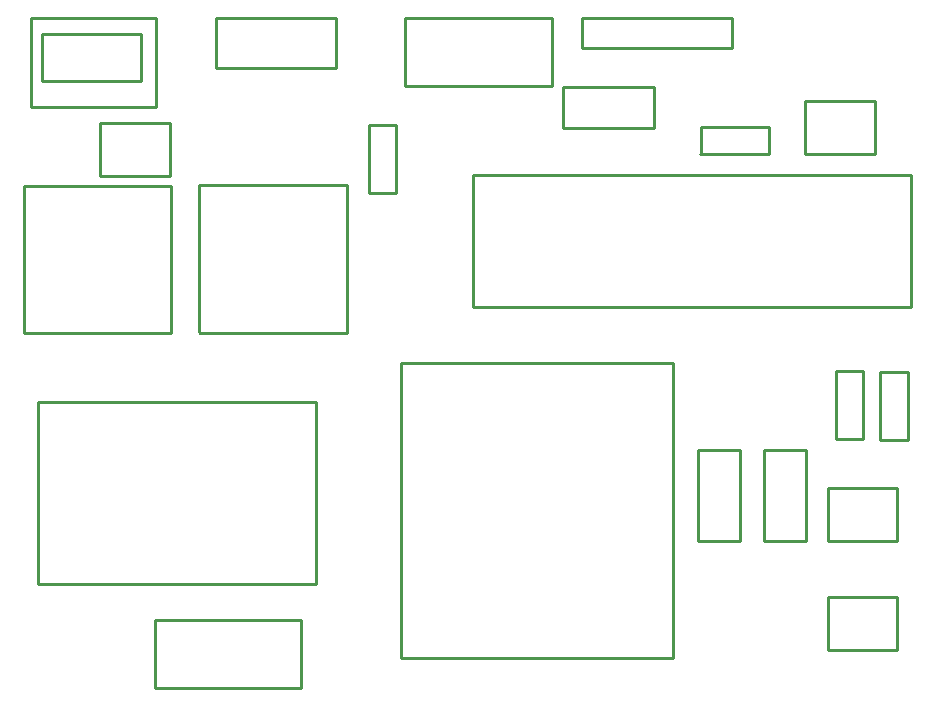
<source format=gm1>
G04*
G04 #@! TF.GenerationSoftware,Altium Limited,Altium Designer,19.0.15 (446)*
G04*
G04 Layer_Color=16711935*
%FSLAX44Y44*%
%MOMM*%
G71*
G01*
G75*
%ADD11C,0.2540*%
D11*
X519430Y1116330D02*
Y1155700D01*
X435610Y1116330D02*
X519430D01*
X435610D02*
Y1155700D01*
X519430D01*
X426249Y1094069D02*
X532249D01*
X426249D02*
Y1169070D01*
X532249D01*
Y1094069D02*
Y1169070D01*
X431912Y844081D02*
X667911D01*
Y690081D02*
Y844081D01*
X431912Y690081D02*
X667911D01*
X431912D02*
Y844081D01*
X1100802Y771440D02*
X1159802D01*
Y726440D02*
Y771440D01*
X1100802Y726440D02*
X1159802D01*
X1100802D02*
Y771152D01*
X1101090Y771440D01*
X583218Y1127119D02*
Y1169070D01*
Y1127119D02*
X684818D01*
Y1169070D01*
X583218D02*
X684818D01*
X484848Y1035409D02*
X543848D01*
X484848D02*
Y1080409D01*
X543848D01*
Y1035697D02*
Y1080409D01*
X543560Y1035409D02*
X543848Y1035697D01*
X531091Y659942D02*
X655092D01*
Y602441D02*
Y659942D01*
X531091Y602441D02*
X655092D01*
X531091D02*
Y659942D01*
X420139Y902742D02*
X544562D01*
X545058Y903238D01*
Y1027539D01*
X420139D02*
X545058D01*
X420139Y902742D02*
Y1027539D01*
X568692Y903238D02*
Y1027661D01*
Y903238D02*
X569188Y902742D01*
X693488D01*
Y1027661D01*
X568692D02*
X693488D01*
X970235Y627570D02*
Y877570D01*
X739185Y627570D02*
X970235D01*
X739185D02*
Y877570D01*
X970235D01*
X743180Y1111569D02*
Y1169070D01*
Y1111569D02*
X867180D01*
Y1169070D01*
X743180D02*
X867180D01*
X735470Y1020940D02*
Y1078814D01*
X712470Y1021080D02*
X735330D01*
X712470D02*
Y1078814D01*
X735470D01*
X735330Y1021080D02*
X735470Y1020940D01*
X800100Y924560D02*
Y1036320D01*
X1170940D01*
Y929640D02*
Y1036320D01*
Y924560D02*
Y929640D01*
X800100Y924560D02*
X1170940D01*
X800100D02*
X1170940D01*
Y929640D01*
Y1036320D01*
X800100D02*
X1170940D01*
X800100Y924560D02*
Y1036320D01*
X1026160Y726440D02*
Y737870D01*
X991161Y726440D02*
X1026160D01*
X991161D02*
Y803910D01*
X1026160D01*
Y737870D02*
Y803910D01*
X1081752Y1099100D02*
X1140752D01*
Y1054100D02*
Y1099100D01*
X1081752Y1054100D02*
X1140752D01*
X1081752D02*
Y1098812D01*
X1082040Y1099100D01*
Y726440D02*
Y737870D01*
X1047041Y726440D02*
X1082040D01*
X1047041D02*
Y803910D01*
X1082040D01*
Y737870D02*
Y803910D01*
X993000Y1054100D02*
X1050874D01*
X993140Y1054240D02*
Y1077100D01*
X1050874D01*
Y1054100D02*
Y1077100D01*
X993000Y1054100D02*
X993140Y1054240D01*
X1130440Y812660D02*
Y870534D01*
X1107440Y812800D02*
X1130300D01*
X1107440D02*
Y870534D01*
X1130440D01*
X1130300Y812800D02*
X1130440Y812660D01*
X1145400Y812216D02*
Y870090D01*
X1145540Y869950D02*
X1168400D01*
Y812216D02*
Y869950D01*
X1145400Y812216D02*
X1168400D01*
X1145400Y870090D02*
X1145540Y869950D01*
X1100802Y679091D02*
X1159802D01*
Y634091D02*
Y679091D01*
X1100802Y634091D02*
X1159802D01*
X1100802D02*
Y678803D01*
X1101090Y679091D01*
X942340Y1111250D02*
X953770D01*
Y1076251D02*
Y1111250D01*
X876300Y1076251D02*
X953770D01*
X876300D02*
Y1111250D01*
X942340D01*
X892810Y1143670D02*
X1019810D01*
X892810D02*
Y1169070D01*
X1019810D01*
Y1143670D02*
Y1169070D01*
M02*

</source>
